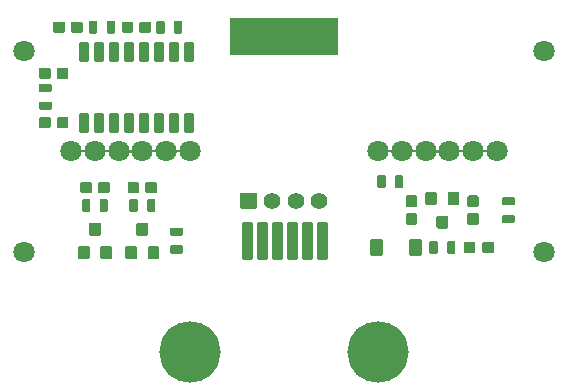
<source format=gbr>
G04 #@! TF.GenerationSoftware,KiCad,Pcbnew,(5.1.10)-1*
G04 #@! TF.CreationDate,2022-05-11T11:06:37+08:00*
G04 #@! TF.ProjectId,RUS-04_1x9,5255532d-3034-45f3-9178-392e6b696361,rev?*
G04 #@! TF.SameCoordinates,Original*
G04 #@! TF.FileFunction,Soldermask,Top*
G04 #@! TF.FilePolarity,Negative*
%FSLAX45Y45*%
G04 Gerber Fmt 4.5, Leading zero omitted, Abs format (unit mm)*
G04 Created by KiCad (PCBNEW (5.1.10)-1) date 2022-05-11 11:06:37*
%MOMM*%
%LPD*%
G01*
G04 APERTURE LIST*
%ADD10C,1.800000*%
%ADD11C,1.400000*%
%ADD12C,5.200000*%
%ADD13C,0.100000*%
G04 APERTURE END LIST*
G36*
G01*
X9755000Y-4500000D02*
X9845000Y-4500000D01*
G75*
G02*
X9855000Y-4510000I0J-10000D01*
G01*
X9855000Y-4560000D01*
G75*
G02*
X9845000Y-4570000I-10000J0D01*
G01*
X9755000Y-4570000D01*
G75*
G02*
X9745000Y-4560000I0J10000D01*
G01*
X9745000Y-4510000D01*
G75*
G02*
X9755000Y-4500000I10000J0D01*
G01*
G37*
G36*
G01*
X9755000Y-4350000D02*
X9845000Y-4350000D01*
G75*
G02*
X9855000Y-4360000I0J-10000D01*
G01*
X9855000Y-4410000D01*
G75*
G02*
X9845000Y-4420000I-10000J0D01*
G01*
X9755000Y-4420000D01*
G75*
G02*
X9745000Y-4410000I0J10000D01*
G01*
X9745000Y-4360000D01*
G75*
G02*
X9755000Y-4350000I10000J0D01*
G01*
G37*
G36*
G01*
X8840000Y-4265000D02*
X8840000Y-4175000D01*
G75*
G02*
X8850000Y-4165000I10000J0D01*
G01*
X8900000Y-4165000D01*
G75*
G02*
X8910000Y-4175000I0J-10000D01*
G01*
X8910000Y-4265000D01*
G75*
G02*
X8900000Y-4275000I-10000J0D01*
G01*
X8850000Y-4275000D01*
G75*
G02*
X8840000Y-4265000I0J10000D01*
G01*
G37*
G36*
G01*
X8690000Y-4265000D02*
X8690000Y-4175000D01*
G75*
G02*
X8700000Y-4165000I10000J0D01*
G01*
X8750000Y-4165000D01*
G75*
G02*
X8760000Y-4175000I0J-10000D01*
G01*
X8760000Y-4265000D01*
G75*
G02*
X8750000Y-4275000I-10000J0D01*
G01*
X8700000Y-4275000D01*
G75*
G02*
X8690000Y-4265000I0J10000D01*
G01*
G37*
D10*
X6900000Y-3960000D03*
X6700000Y-3960000D03*
X6100000Y-3960000D03*
X6500000Y-3960000D03*
X6300000Y-3960000D03*
X7100000Y-3960000D03*
X9500000Y-3960000D03*
X9300000Y-3960000D03*
X8700000Y-3960000D03*
X9100000Y-3960000D03*
X8900000Y-3960000D03*
X9700000Y-3960000D03*
G36*
G01*
X9070000Y-4715000D02*
X9070000Y-4835000D01*
G75*
G02*
X9060000Y-4845000I-10000J0D01*
G01*
X8970000Y-4845000D01*
G75*
G02*
X8960000Y-4835000I0J10000D01*
G01*
X8960000Y-4715000D01*
G75*
G02*
X8970000Y-4705000I10000J0D01*
G01*
X9060000Y-4705000D01*
G75*
G02*
X9070000Y-4715000I0J-10000D01*
G01*
G37*
G36*
G01*
X8740000Y-4715000D02*
X8740000Y-4835000D01*
G75*
G02*
X8730000Y-4845000I-10000J0D01*
G01*
X8640000Y-4845000D01*
G75*
G02*
X8630000Y-4835000I0J10000D01*
G01*
X8630000Y-4715000D01*
G75*
G02*
X8640000Y-4705000I10000J0D01*
G01*
X8730000Y-4705000D01*
G75*
G02*
X8740000Y-4715000I0J-10000D01*
G01*
G37*
G36*
G01*
X6625000Y-2872500D02*
X6625000Y-2947500D01*
G75*
G02*
X6615000Y-2957500I-10000J0D01*
G01*
X6535000Y-2957500D01*
G75*
G02*
X6525000Y-2947500I0J10000D01*
G01*
X6525000Y-2872500D01*
G75*
G02*
X6535000Y-2862500I10000J0D01*
G01*
X6615000Y-2862500D01*
G75*
G02*
X6625000Y-2872500I0J-10000D01*
G01*
G37*
G36*
G01*
X6775000Y-2872500D02*
X6775000Y-2947500D01*
G75*
G02*
X6765000Y-2957500I-10000J0D01*
G01*
X6685000Y-2957500D01*
G75*
G02*
X6675000Y-2947500I0J10000D01*
G01*
X6675000Y-2872500D01*
G75*
G02*
X6685000Y-2862500I10000J0D01*
G01*
X6765000Y-2862500D01*
G75*
G02*
X6775000Y-2872500I0J-10000D01*
G01*
G37*
G36*
G01*
X5925000Y-3682500D02*
X5925000Y-3757500D01*
G75*
G02*
X5915000Y-3767500I-10000J0D01*
G01*
X5835000Y-3767500D01*
G75*
G02*
X5825000Y-3757500I0J10000D01*
G01*
X5825000Y-3682500D01*
G75*
G02*
X5835000Y-3672500I10000J0D01*
G01*
X5915000Y-3672500D01*
G75*
G02*
X5925000Y-3682500I0J-10000D01*
G01*
G37*
G36*
G01*
X6075000Y-3682500D02*
X6075000Y-3757500D01*
G75*
G02*
X6065000Y-3767500I-10000J0D01*
G01*
X5985000Y-3767500D01*
G75*
G02*
X5975000Y-3757500I0J10000D01*
G01*
X5975000Y-3682500D01*
G75*
G02*
X5985000Y-3672500I10000J0D01*
G01*
X6065000Y-3672500D01*
G75*
G02*
X6075000Y-3682500I0J-10000D01*
G01*
G37*
G36*
G01*
X6675000Y-4232500D02*
X6675000Y-4307500D01*
G75*
G02*
X6665000Y-4317500I-10000J0D01*
G01*
X6585000Y-4317500D01*
G75*
G02*
X6575000Y-4307500I0J10000D01*
G01*
X6575000Y-4232500D01*
G75*
G02*
X6585000Y-4222500I10000J0D01*
G01*
X6665000Y-4222500D01*
G75*
G02*
X6675000Y-4232500I0J-10000D01*
G01*
G37*
G36*
G01*
X6825000Y-4232500D02*
X6825000Y-4307500D01*
G75*
G02*
X6815000Y-4317500I-10000J0D01*
G01*
X6735000Y-4317500D01*
G75*
G02*
X6725000Y-4307500I0J10000D01*
G01*
X6725000Y-4232500D01*
G75*
G02*
X6735000Y-4222500I10000J0D01*
G01*
X6815000Y-4222500D01*
G75*
G02*
X6825000Y-4232500I0J-10000D01*
G01*
G37*
D11*
X8200000Y-4380000D03*
X8000000Y-4380000D03*
G36*
G01*
X7530000Y-4440000D02*
X7530000Y-4320000D01*
G75*
G02*
X7540000Y-4310000I10000J0D01*
G01*
X7660000Y-4310000D01*
G75*
G02*
X7670000Y-4320000I0J-10000D01*
G01*
X7670000Y-4440000D01*
G75*
G02*
X7660000Y-4450000I-10000J0D01*
G01*
X7540000Y-4450000D01*
G75*
G02*
X7530000Y-4440000I0J10000D01*
G01*
G37*
X7800000Y-4380000D03*
G36*
G01*
X6810000Y-4375000D02*
X6810000Y-4465000D01*
G75*
G02*
X6800000Y-4475000I-10000J0D01*
G01*
X6750000Y-4475000D01*
G75*
G02*
X6740000Y-4465000I0J10000D01*
G01*
X6740000Y-4375000D01*
G75*
G02*
X6750000Y-4365000I10000J0D01*
G01*
X6800000Y-4365000D01*
G75*
G02*
X6810000Y-4375000I0J-10000D01*
G01*
G37*
G36*
G01*
X6660000Y-4375000D02*
X6660000Y-4465000D01*
G75*
G02*
X6650000Y-4475000I-10000J0D01*
G01*
X6600000Y-4475000D01*
G75*
G02*
X6590000Y-4465000I0J10000D01*
G01*
X6590000Y-4375000D01*
G75*
G02*
X6600000Y-4365000I10000J0D01*
G01*
X6650000Y-4365000D01*
G75*
G02*
X6660000Y-4375000I0J-10000D01*
G01*
G37*
G36*
G01*
X6325000Y-4307500D02*
X6325000Y-4232500D01*
G75*
G02*
X6335000Y-4222500I10000J0D01*
G01*
X6415000Y-4222500D01*
G75*
G02*
X6425000Y-4232500I0J-10000D01*
G01*
X6425000Y-4307500D01*
G75*
G02*
X6415000Y-4317500I-10000J0D01*
G01*
X6335000Y-4317500D01*
G75*
G02*
X6325000Y-4307500I0J10000D01*
G01*
G37*
G36*
G01*
X6175000Y-4307500D02*
X6175000Y-4232500D01*
G75*
G02*
X6185000Y-4222500I10000J0D01*
G01*
X6265000Y-4222500D01*
G75*
G02*
X6275000Y-4232500I0J-10000D01*
G01*
X6275000Y-4307500D01*
G75*
G02*
X6265000Y-4317500I-10000J0D01*
G01*
X6185000Y-4317500D01*
G75*
G02*
X6175000Y-4307500I0J10000D01*
G01*
G37*
G36*
G01*
X9537500Y-4435000D02*
X9462500Y-4435000D01*
G75*
G02*
X9452500Y-4425000I0J10000D01*
G01*
X9452500Y-4345000D01*
G75*
G02*
X9462500Y-4335000I10000J0D01*
G01*
X9537500Y-4335000D01*
G75*
G02*
X9547500Y-4345000I0J-10000D01*
G01*
X9547500Y-4425000D01*
G75*
G02*
X9537500Y-4435000I-10000J0D01*
G01*
G37*
G36*
G01*
X9537500Y-4585000D02*
X9462500Y-4585000D01*
G75*
G02*
X9452500Y-4575000I0J10000D01*
G01*
X9452500Y-4495000D01*
G75*
G02*
X9462500Y-4485000I10000J0D01*
G01*
X9537500Y-4485000D01*
G75*
G02*
X9547500Y-4495000I0J-10000D01*
G01*
X9547500Y-4575000D01*
G75*
G02*
X9537500Y-4585000I-10000J0D01*
G01*
G37*
G36*
G01*
X6235500Y-3205000D02*
X6175500Y-3205000D01*
G75*
G02*
X6165500Y-3195000I0J10000D01*
G01*
X6165500Y-3045000D01*
G75*
G02*
X6175500Y-3035000I10000J0D01*
G01*
X6235500Y-3035000D01*
G75*
G02*
X6245500Y-3045000I0J-10000D01*
G01*
X6245500Y-3195000D01*
G75*
G02*
X6235500Y-3205000I-10000J0D01*
G01*
G37*
G36*
G01*
X6362500Y-3205000D02*
X6302500Y-3205000D01*
G75*
G02*
X6292500Y-3195000I0J10000D01*
G01*
X6292500Y-3045000D01*
G75*
G02*
X6302500Y-3035000I10000J0D01*
G01*
X6362500Y-3035000D01*
G75*
G02*
X6372500Y-3045000I0J-10000D01*
G01*
X6372500Y-3195000D01*
G75*
G02*
X6362500Y-3205000I-10000J0D01*
G01*
G37*
G36*
G01*
X6489500Y-3205000D02*
X6429500Y-3205000D01*
G75*
G02*
X6419500Y-3195000I0J10000D01*
G01*
X6419500Y-3045000D01*
G75*
G02*
X6429500Y-3035000I10000J0D01*
G01*
X6489500Y-3035000D01*
G75*
G02*
X6499500Y-3045000I0J-10000D01*
G01*
X6499500Y-3195000D01*
G75*
G02*
X6489500Y-3205000I-10000J0D01*
G01*
G37*
G36*
G01*
X6616500Y-3205000D02*
X6556500Y-3205000D01*
G75*
G02*
X6546500Y-3195000I0J10000D01*
G01*
X6546500Y-3045000D01*
G75*
G02*
X6556500Y-3035000I10000J0D01*
G01*
X6616500Y-3035000D01*
G75*
G02*
X6626500Y-3045000I0J-10000D01*
G01*
X6626500Y-3195000D01*
G75*
G02*
X6616500Y-3205000I-10000J0D01*
G01*
G37*
G36*
G01*
X6743500Y-3205000D02*
X6683500Y-3205000D01*
G75*
G02*
X6673500Y-3195000I0J10000D01*
G01*
X6673500Y-3045000D01*
G75*
G02*
X6683500Y-3035000I10000J0D01*
G01*
X6743500Y-3035000D01*
G75*
G02*
X6753500Y-3045000I0J-10000D01*
G01*
X6753500Y-3195000D01*
G75*
G02*
X6743500Y-3205000I-10000J0D01*
G01*
G37*
G36*
G01*
X6870500Y-3205000D02*
X6810500Y-3205000D01*
G75*
G02*
X6800500Y-3195000I0J10000D01*
G01*
X6800500Y-3045000D01*
G75*
G02*
X6810500Y-3035000I10000J0D01*
G01*
X6870500Y-3035000D01*
G75*
G02*
X6880500Y-3045000I0J-10000D01*
G01*
X6880500Y-3195000D01*
G75*
G02*
X6870500Y-3205000I-10000J0D01*
G01*
G37*
G36*
G01*
X6997500Y-3205000D02*
X6937500Y-3205000D01*
G75*
G02*
X6927500Y-3195000I0J10000D01*
G01*
X6927500Y-3045000D01*
G75*
G02*
X6937500Y-3035000I10000J0D01*
G01*
X6997500Y-3035000D01*
G75*
G02*
X7007500Y-3045000I0J-10000D01*
G01*
X7007500Y-3195000D01*
G75*
G02*
X6997500Y-3205000I-10000J0D01*
G01*
G37*
G36*
G01*
X7124500Y-3205000D02*
X7064500Y-3205000D01*
G75*
G02*
X7054500Y-3195000I0J10000D01*
G01*
X7054500Y-3045000D01*
G75*
G02*
X7064500Y-3035000I10000J0D01*
G01*
X7124500Y-3035000D01*
G75*
G02*
X7134500Y-3045000I0J-10000D01*
G01*
X7134500Y-3195000D01*
G75*
G02*
X7124500Y-3205000I-10000J0D01*
G01*
G37*
G36*
G01*
X7124500Y-3805000D02*
X7064500Y-3805000D01*
G75*
G02*
X7054500Y-3795000I0J10000D01*
G01*
X7054500Y-3645000D01*
G75*
G02*
X7064500Y-3635000I10000J0D01*
G01*
X7124500Y-3635000D01*
G75*
G02*
X7134500Y-3645000I0J-10000D01*
G01*
X7134500Y-3795000D01*
G75*
G02*
X7124500Y-3805000I-10000J0D01*
G01*
G37*
G36*
G01*
X6997500Y-3805000D02*
X6937500Y-3805000D01*
G75*
G02*
X6927500Y-3795000I0J10000D01*
G01*
X6927500Y-3645000D01*
G75*
G02*
X6937500Y-3635000I10000J0D01*
G01*
X6997500Y-3635000D01*
G75*
G02*
X7007500Y-3645000I0J-10000D01*
G01*
X7007500Y-3795000D01*
G75*
G02*
X6997500Y-3805000I-10000J0D01*
G01*
G37*
G36*
G01*
X6870500Y-3805000D02*
X6810500Y-3805000D01*
G75*
G02*
X6800500Y-3795000I0J10000D01*
G01*
X6800500Y-3645000D01*
G75*
G02*
X6810500Y-3635000I10000J0D01*
G01*
X6870500Y-3635000D01*
G75*
G02*
X6880500Y-3645000I0J-10000D01*
G01*
X6880500Y-3795000D01*
G75*
G02*
X6870500Y-3805000I-10000J0D01*
G01*
G37*
G36*
G01*
X6743500Y-3805000D02*
X6683500Y-3805000D01*
G75*
G02*
X6673500Y-3795000I0J10000D01*
G01*
X6673500Y-3645000D01*
G75*
G02*
X6683500Y-3635000I10000J0D01*
G01*
X6743500Y-3635000D01*
G75*
G02*
X6753500Y-3645000I0J-10000D01*
G01*
X6753500Y-3795000D01*
G75*
G02*
X6743500Y-3805000I-10000J0D01*
G01*
G37*
G36*
G01*
X6616500Y-3805000D02*
X6556500Y-3805000D01*
G75*
G02*
X6546500Y-3795000I0J10000D01*
G01*
X6546500Y-3645000D01*
G75*
G02*
X6556500Y-3635000I10000J0D01*
G01*
X6616500Y-3635000D01*
G75*
G02*
X6626500Y-3645000I0J-10000D01*
G01*
X6626500Y-3795000D01*
G75*
G02*
X6616500Y-3805000I-10000J0D01*
G01*
G37*
G36*
G01*
X6489500Y-3805000D02*
X6429500Y-3805000D01*
G75*
G02*
X6419500Y-3795000I0J10000D01*
G01*
X6419500Y-3645000D01*
G75*
G02*
X6429500Y-3635000I10000J0D01*
G01*
X6489500Y-3635000D01*
G75*
G02*
X6499500Y-3645000I0J-10000D01*
G01*
X6499500Y-3795000D01*
G75*
G02*
X6489500Y-3805000I-10000J0D01*
G01*
G37*
G36*
G01*
X6362500Y-3805000D02*
X6302500Y-3805000D01*
G75*
G02*
X6292500Y-3795000I0J10000D01*
G01*
X6292500Y-3645000D01*
G75*
G02*
X6302500Y-3635000I10000J0D01*
G01*
X6362500Y-3635000D01*
G75*
G02*
X6372500Y-3645000I0J-10000D01*
G01*
X6372500Y-3795000D01*
G75*
G02*
X6362500Y-3805000I-10000J0D01*
G01*
G37*
G36*
G01*
X6235500Y-3805000D02*
X6175500Y-3805000D01*
G75*
G02*
X6165500Y-3795000I0J10000D01*
G01*
X6165500Y-3645000D01*
G75*
G02*
X6175500Y-3635000I10000J0D01*
G01*
X6235500Y-3635000D01*
G75*
G02*
X6245500Y-3645000I0J-10000D01*
G01*
X6245500Y-3795000D01*
G75*
G02*
X6235500Y-3805000I-10000J0D01*
G01*
G37*
G36*
G01*
X7034740Y-4677800D02*
X6944740Y-4677800D01*
G75*
G02*
X6934740Y-4667800I0J10000D01*
G01*
X6934740Y-4617800D01*
G75*
G02*
X6944740Y-4607800I10000J0D01*
G01*
X7034740Y-4607800D01*
G75*
G02*
X7044740Y-4617800I0J-10000D01*
G01*
X7044740Y-4667800D01*
G75*
G02*
X7034740Y-4677800I-10000J0D01*
G01*
G37*
G36*
G01*
X7034740Y-4827800D02*
X6944740Y-4827800D01*
G75*
G02*
X6934740Y-4817800I0J10000D01*
G01*
X6934740Y-4767800D01*
G75*
G02*
X6944740Y-4757800I10000J0D01*
G01*
X7034740Y-4757800D01*
G75*
G02*
X7044740Y-4767800I0J-10000D01*
G01*
X7044740Y-4817800D01*
G75*
G02*
X7034740Y-4827800I-10000J0D01*
G01*
G37*
G36*
G01*
X6340000Y-4675000D02*
X6260000Y-4675000D01*
G75*
G02*
X6250000Y-4665000I0J10000D01*
G01*
X6250000Y-4575000D01*
G75*
G02*
X6260000Y-4565000I10000J0D01*
G01*
X6340000Y-4565000D01*
G75*
G02*
X6350000Y-4575000I0J-10000D01*
G01*
X6350000Y-4665000D01*
G75*
G02*
X6340000Y-4675000I-10000J0D01*
G01*
G37*
G36*
G01*
X6435000Y-4875000D02*
X6355000Y-4875000D01*
G75*
G02*
X6345000Y-4865000I0J10000D01*
G01*
X6345000Y-4775000D01*
G75*
G02*
X6355000Y-4765000I10000J0D01*
G01*
X6435000Y-4765000D01*
G75*
G02*
X6445000Y-4775000I0J-10000D01*
G01*
X6445000Y-4865000D01*
G75*
G02*
X6435000Y-4875000I-10000J0D01*
G01*
G37*
G36*
G01*
X6245000Y-4875000D02*
X6165000Y-4875000D01*
G75*
G02*
X6155000Y-4865000I0J10000D01*
G01*
X6155000Y-4775000D01*
G75*
G02*
X6165000Y-4765000I10000J0D01*
G01*
X6245000Y-4765000D01*
G75*
G02*
X6255000Y-4775000I0J-10000D01*
G01*
X6255000Y-4865000D01*
G75*
G02*
X6245000Y-4875000I-10000J0D01*
G01*
G37*
G36*
G01*
X5945000Y-2947500D02*
X5945000Y-2872500D01*
G75*
G02*
X5955000Y-2862500I10000J0D01*
G01*
X6035000Y-2862500D01*
G75*
G02*
X6045000Y-2872500I0J-10000D01*
G01*
X6045000Y-2947500D01*
G75*
G02*
X6035000Y-2957500I-10000J0D01*
G01*
X5955000Y-2957500D01*
G75*
G02*
X5945000Y-2947500I0J10000D01*
G01*
G37*
G36*
G01*
X6095000Y-2947500D02*
X6095000Y-2872500D01*
G75*
G02*
X6105000Y-2862500I10000J0D01*
G01*
X6185000Y-2862500D01*
G75*
G02*
X6195000Y-2872500I0J-10000D01*
G01*
X6195000Y-2947500D01*
G75*
G02*
X6185000Y-2957500I-10000J0D01*
G01*
X6105000Y-2957500D01*
G75*
G02*
X6095000Y-2947500I0J10000D01*
G01*
G37*
G36*
G01*
X8942500Y-4335000D02*
X9017500Y-4335000D01*
G75*
G02*
X9027500Y-4345000I0J-10000D01*
G01*
X9027500Y-4425000D01*
G75*
G02*
X9017500Y-4435000I-10000J0D01*
G01*
X8942500Y-4435000D01*
G75*
G02*
X8932500Y-4425000I0J10000D01*
G01*
X8932500Y-4345000D01*
G75*
G02*
X8942500Y-4335000I10000J0D01*
G01*
G37*
G36*
G01*
X8942500Y-4485000D02*
X9017500Y-4485000D01*
G75*
G02*
X9027500Y-4495000I0J-10000D01*
G01*
X9027500Y-4575000D01*
G75*
G02*
X9017500Y-4585000I-10000J0D01*
G01*
X8942500Y-4585000D01*
G75*
G02*
X8932500Y-4575000I0J10000D01*
G01*
X8932500Y-4495000D01*
G75*
G02*
X8942500Y-4485000I10000J0D01*
G01*
G37*
G36*
G01*
X5925000Y-3460000D02*
X5835000Y-3460000D01*
G75*
G02*
X5825000Y-3450000I0J10000D01*
G01*
X5825000Y-3400000D01*
G75*
G02*
X5835000Y-3390000I10000J0D01*
G01*
X5925000Y-3390000D01*
G75*
G02*
X5935000Y-3400000I0J-10000D01*
G01*
X5935000Y-3450000D01*
G75*
G02*
X5925000Y-3460000I-10000J0D01*
G01*
G37*
G36*
G01*
X5925000Y-3610000D02*
X5835000Y-3610000D01*
G75*
G02*
X5825000Y-3600000I0J10000D01*
G01*
X5825000Y-3550000D01*
G75*
G02*
X5835000Y-3540000I10000J0D01*
G01*
X5925000Y-3540000D01*
G75*
G02*
X5935000Y-3550000I0J-10000D01*
G01*
X5935000Y-3600000D01*
G75*
G02*
X5925000Y-3610000I-10000J0D01*
G01*
G37*
G36*
G01*
X5825000Y-3337500D02*
X5825000Y-3262500D01*
G75*
G02*
X5835000Y-3252500I10000J0D01*
G01*
X5915000Y-3252500D01*
G75*
G02*
X5925000Y-3262500I0J-10000D01*
G01*
X5925000Y-3337500D01*
G75*
G02*
X5915000Y-3347500I-10000J0D01*
G01*
X5835000Y-3347500D01*
G75*
G02*
X5825000Y-3337500I0J10000D01*
G01*
G37*
G36*
G01*
X5975000Y-3337500D02*
X5975000Y-3262500D01*
G75*
G02*
X5985000Y-3252500I10000J0D01*
G01*
X6065000Y-3252500D01*
G75*
G02*
X6075000Y-3262500I0J-10000D01*
G01*
X6075000Y-3337500D01*
G75*
G02*
X6065000Y-3347500I-10000J0D01*
G01*
X5985000Y-3347500D01*
G75*
G02*
X5975000Y-3337500I0J10000D01*
G01*
G37*
G36*
G01*
X9580000Y-4815000D02*
X9580000Y-4735000D01*
G75*
G02*
X9590000Y-4725000I10000J0D01*
G01*
X9670000Y-4725000D01*
G75*
G02*
X9680000Y-4735000I0J-10000D01*
G01*
X9680000Y-4815000D01*
G75*
G02*
X9670000Y-4825000I-10000J0D01*
G01*
X9590000Y-4825000D01*
G75*
G02*
X9580000Y-4815000I0J10000D01*
G01*
G37*
G36*
G01*
X9420000Y-4815000D02*
X9420000Y-4735000D01*
G75*
G02*
X9430000Y-4725000I10000J0D01*
G01*
X9510000Y-4725000D01*
G75*
G02*
X9520000Y-4735000I0J-10000D01*
G01*
X9520000Y-4815000D01*
G75*
G02*
X9510000Y-4825000I-10000J0D01*
G01*
X9430000Y-4825000D01*
G75*
G02*
X9420000Y-4815000I0J10000D01*
G01*
G37*
G36*
G01*
X6340000Y-4465000D02*
X6340000Y-4375000D01*
G75*
G02*
X6350000Y-4365000I10000J0D01*
G01*
X6400000Y-4365000D01*
G75*
G02*
X6410000Y-4375000I0J-10000D01*
G01*
X6410000Y-4465000D01*
G75*
G02*
X6400000Y-4475000I-10000J0D01*
G01*
X6350000Y-4475000D01*
G75*
G02*
X6340000Y-4465000I0J10000D01*
G01*
G37*
G36*
G01*
X6190000Y-4465000D02*
X6190000Y-4375000D01*
G75*
G02*
X6200000Y-4365000I10000J0D01*
G01*
X6250000Y-4365000D01*
G75*
G02*
X6260000Y-4375000I0J-10000D01*
G01*
X6260000Y-4465000D01*
G75*
G02*
X6250000Y-4475000I-10000J0D01*
G01*
X6200000Y-4475000D01*
G75*
G02*
X6190000Y-4465000I0J10000D01*
G01*
G37*
G36*
G01*
X9200000Y-4505000D02*
X9280000Y-4505000D01*
G75*
G02*
X9290000Y-4515000I0J-10000D01*
G01*
X9290000Y-4605000D01*
G75*
G02*
X9280000Y-4615000I-10000J0D01*
G01*
X9200000Y-4615000D01*
G75*
G02*
X9190000Y-4605000I0J10000D01*
G01*
X9190000Y-4515000D01*
G75*
G02*
X9200000Y-4505000I10000J0D01*
G01*
G37*
G36*
G01*
X9105000Y-4305000D02*
X9185000Y-4305000D01*
G75*
G02*
X9195000Y-4315000I0J-10000D01*
G01*
X9195000Y-4405000D01*
G75*
G02*
X9185000Y-4415000I-10000J0D01*
G01*
X9105000Y-4415000D01*
G75*
G02*
X9095000Y-4405000I0J10000D01*
G01*
X9095000Y-4315000D01*
G75*
G02*
X9105000Y-4305000I10000J0D01*
G01*
G37*
G36*
G01*
X9295000Y-4305000D02*
X9375000Y-4305000D01*
G75*
G02*
X9385000Y-4315000I0J-10000D01*
G01*
X9385000Y-4405000D01*
G75*
G02*
X9375000Y-4415000I-10000J0D01*
G01*
X9295000Y-4415000D01*
G75*
G02*
X9285000Y-4405000I0J10000D01*
G01*
X9285000Y-4315000D01*
G75*
G02*
X9295000Y-4305000I10000J0D01*
G01*
G37*
G36*
G01*
X9280000Y-4820000D02*
X9280000Y-4730000D01*
G75*
G02*
X9290000Y-4720000I10000J0D01*
G01*
X9340000Y-4720000D01*
G75*
G02*
X9350000Y-4730000I0J-10000D01*
G01*
X9350000Y-4820000D01*
G75*
G02*
X9340000Y-4830000I-10000J0D01*
G01*
X9290000Y-4830000D01*
G75*
G02*
X9280000Y-4820000I0J10000D01*
G01*
G37*
G36*
G01*
X9130000Y-4820000D02*
X9130000Y-4730000D01*
G75*
G02*
X9140000Y-4720000I10000J0D01*
G01*
X9190000Y-4720000D01*
G75*
G02*
X9200000Y-4730000I0J-10000D01*
G01*
X9200000Y-4820000D01*
G75*
G02*
X9190000Y-4830000I-10000J0D01*
G01*
X9140000Y-4830000D01*
G75*
G02*
X9130000Y-4820000I0J10000D01*
G01*
G37*
G36*
G01*
X6320000Y-2865000D02*
X6320000Y-2955000D01*
G75*
G02*
X6310000Y-2965000I-10000J0D01*
G01*
X6260000Y-2965000D01*
G75*
G02*
X6250000Y-2955000I0J10000D01*
G01*
X6250000Y-2865000D01*
G75*
G02*
X6260000Y-2855000I10000J0D01*
G01*
X6310000Y-2855000D01*
G75*
G02*
X6320000Y-2865000I0J-10000D01*
G01*
G37*
G36*
G01*
X6470000Y-2865000D02*
X6470000Y-2955000D01*
G75*
G02*
X6460000Y-2965000I-10000J0D01*
G01*
X6410000Y-2965000D01*
G75*
G02*
X6400000Y-2955000I0J10000D01*
G01*
X6400000Y-2865000D01*
G75*
G02*
X6410000Y-2855000I10000J0D01*
G01*
X6460000Y-2855000D01*
G75*
G02*
X6470000Y-2865000I0J-10000D01*
G01*
G37*
G36*
G01*
X7450000Y-2830000D02*
X8350000Y-2830000D01*
G75*
G02*
X8360000Y-2840000I0J-10000D01*
G01*
X8360000Y-3140000D01*
G75*
G02*
X8350000Y-3150000I-10000J0D01*
G01*
X7450000Y-3150000D01*
G75*
G02*
X7440000Y-3140000I0J10000D01*
G01*
X7440000Y-2840000D01*
G75*
G02*
X7450000Y-2830000I10000J0D01*
G01*
G37*
G36*
G01*
X8182500Y-4870000D02*
X8182500Y-4570000D01*
G75*
G02*
X8192500Y-4560000I10000J0D01*
G01*
X8262500Y-4560000D01*
G75*
G02*
X8272500Y-4570000I0J-10000D01*
G01*
X8272500Y-4870000D01*
G75*
G02*
X8262500Y-4880000I-10000J0D01*
G01*
X8192500Y-4880000D01*
G75*
G02*
X8182500Y-4870000I0J10000D01*
G01*
G37*
G36*
G01*
X8055500Y-4870000D02*
X8055500Y-4570000D01*
G75*
G02*
X8065500Y-4560000I10000J0D01*
G01*
X8135500Y-4560000D01*
G75*
G02*
X8145500Y-4570000I0J-10000D01*
G01*
X8145500Y-4870000D01*
G75*
G02*
X8135500Y-4880000I-10000J0D01*
G01*
X8065500Y-4880000D01*
G75*
G02*
X8055500Y-4870000I0J10000D01*
G01*
G37*
G36*
G01*
X7928500Y-4870000D02*
X7928500Y-4570000D01*
G75*
G02*
X7938500Y-4560000I10000J0D01*
G01*
X8008500Y-4560000D01*
G75*
G02*
X8018500Y-4570000I0J-10000D01*
G01*
X8018500Y-4870000D01*
G75*
G02*
X8008500Y-4880000I-10000J0D01*
G01*
X7938500Y-4880000D01*
G75*
G02*
X7928500Y-4870000I0J10000D01*
G01*
G37*
G36*
G01*
X7801500Y-4870000D02*
X7801500Y-4570000D01*
G75*
G02*
X7811500Y-4560000I10000J0D01*
G01*
X7881500Y-4560000D01*
G75*
G02*
X7891500Y-4570000I0J-10000D01*
G01*
X7891500Y-4870000D01*
G75*
G02*
X7881500Y-4880000I-10000J0D01*
G01*
X7811500Y-4880000D01*
G75*
G02*
X7801500Y-4870000I0J10000D01*
G01*
G37*
G36*
G01*
X7674500Y-4870000D02*
X7674500Y-4570000D01*
G75*
G02*
X7684500Y-4560000I10000J0D01*
G01*
X7754500Y-4560000D01*
G75*
G02*
X7764500Y-4570000I0J-10000D01*
G01*
X7764500Y-4870000D01*
G75*
G02*
X7754500Y-4880000I-10000J0D01*
G01*
X7684500Y-4880000D01*
G75*
G02*
X7674500Y-4870000I0J10000D01*
G01*
G37*
G36*
G01*
X7547500Y-4870000D02*
X7547500Y-4570000D01*
G75*
G02*
X7557500Y-4560000I10000J0D01*
G01*
X7627500Y-4560000D01*
G75*
G02*
X7637500Y-4570000I0J-10000D01*
G01*
X7637500Y-4870000D01*
G75*
G02*
X7627500Y-4880000I-10000J0D01*
G01*
X7557500Y-4880000D01*
G75*
G02*
X7547500Y-4870000I0J10000D01*
G01*
G37*
G36*
G01*
X6970000Y-2955000D02*
X6970000Y-2865000D01*
G75*
G02*
X6980000Y-2855000I10000J0D01*
G01*
X7030000Y-2855000D01*
G75*
G02*
X7040000Y-2865000I0J-10000D01*
G01*
X7040000Y-2955000D01*
G75*
G02*
X7030000Y-2965000I-10000J0D01*
G01*
X6980000Y-2965000D01*
G75*
G02*
X6970000Y-2955000I0J10000D01*
G01*
G37*
G36*
G01*
X6820000Y-2955000D02*
X6820000Y-2865000D01*
G75*
G02*
X6830000Y-2855000I10000J0D01*
G01*
X6880000Y-2855000D01*
G75*
G02*
X6890000Y-2865000I0J-10000D01*
G01*
X6890000Y-2955000D01*
G75*
G02*
X6880000Y-2965000I-10000J0D01*
G01*
X6830000Y-2965000D01*
G75*
G02*
X6820000Y-2955000I0J10000D01*
G01*
G37*
G36*
G01*
X6740000Y-4675000D02*
X6660000Y-4675000D01*
G75*
G02*
X6650000Y-4665000I0J10000D01*
G01*
X6650000Y-4575000D01*
G75*
G02*
X6660000Y-4565000I10000J0D01*
G01*
X6740000Y-4565000D01*
G75*
G02*
X6750000Y-4575000I0J-10000D01*
G01*
X6750000Y-4665000D01*
G75*
G02*
X6740000Y-4675000I-10000J0D01*
G01*
G37*
G36*
G01*
X6835000Y-4875000D02*
X6755000Y-4875000D01*
G75*
G02*
X6745000Y-4865000I0J10000D01*
G01*
X6745000Y-4775000D01*
G75*
G02*
X6755000Y-4765000I10000J0D01*
G01*
X6835000Y-4765000D01*
G75*
G02*
X6845000Y-4775000I0J-10000D01*
G01*
X6845000Y-4865000D01*
G75*
G02*
X6835000Y-4875000I-10000J0D01*
G01*
G37*
G36*
G01*
X6645000Y-4875000D02*
X6565000Y-4875000D01*
G75*
G02*
X6555000Y-4865000I0J10000D01*
G01*
X6555000Y-4775000D01*
G75*
G02*
X6565000Y-4765000I10000J0D01*
G01*
X6645000Y-4765000D01*
G75*
G02*
X6655000Y-4775000I0J-10000D01*
G01*
X6655000Y-4865000D01*
G75*
G02*
X6645000Y-4875000I-10000J0D01*
G01*
G37*
D10*
X5700000Y-3110000D03*
D12*
X8700000Y-5660000D03*
X7100000Y-5660000D03*
D10*
X5700000Y-4810000D03*
X10100000Y-3110000D03*
X10100000Y-4810000D03*
D13*
G36*
X7012227Y-3942756D02*
G01*
X7012278Y-3942932D01*
X7010633Y-3951198D01*
X7010633Y-3968802D01*
X7012278Y-3977068D01*
X7012213Y-3977258D01*
X7012017Y-3977297D01*
X7011890Y-3977165D01*
X7011363Y-3975427D01*
X7010226Y-3973300D01*
X7008697Y-3971437D01*
X7006833Y-3969907D01*
X7004707Y-3968770D01*
X7002399Y-3968070D01*
X7000000Y-3967834D01*
X6997601Y-3968070D01*
X6995293Y-3968770D01*
X6993167Y-3969907D01*
X6991303Y-3971436D01*
X6989774Y-3973300D01*
X6988637Y-3975427D01*
X6988110Y-3977165D01*
X6987964Y-3977302D01*
X6987772Y-3977244D01*
X6987722Y-3977068D01*
X6989367Y-3968802D01*
X6989367Y-3951198D01*
X6987722Y-3942932D01*
X6987787Y-3942742D01*
X6987983Y-3942703D01*
X6988110Y-3942835D01*
X6988637Y-3944573D01*
X6989774Y-3946700D01*
X6991303Y-3948563D01*
X6993167Y-3950093D01*
X6995293Y-3951229D01*
X6997601Y-3951929D01*
X7000000Y-3952166D01*
X7002399Y-3951929D01*
X7004707Y-3951229D01*
X7006833Y-3950093D01*
X7008697Y-3948563D01*
X7010226Y-3946700D01*
X7011363Y-3944573D01*
X7011890Y-3942835D01*
X7012036Y-3942698D01*
X7012227Y-3942756D01*
G37*
G36*
X6812227Y-3942756D02*
G01*
X6812278Y-3942932D01*
X6810633Y-3951198D01*
X6810633Y-3968802D01*
X6812278Y-3977068D01*
X6812213Y-3977258D01*
X6812017Y-3977297D01*
X6811890Y-3977165D01*
X6811363Y-3975427D01*
X6810226Y-3973300D01*
X6808697Y-3971437D01*
X6806833Y-3969907D01*
X6804707Y-3968770D01*
X6802399Y-3968070D01*
X6800000Y-3967834D01*
X6797601Y-3968070D01*
X6795293Y-3968770D01*
X6793167Y-3969907D01*
X6791303Y-3971436D01*
X6789774Y-3973300D01*
X6788637Y-3975427D01*
X6788110Y-3977165D01*
X6787964Y-3977302D01*
X6787772Y-3977244D01*
X6787722Y-3977068D01*
X6789367Y-3968802D01*
X6789367Y-3951198D01*
X6787722Y-3942932D01*
X6787787Y-3942742D01*
X6787983Y-3942703D01*
X6788110Y-3942835D01*
X6788637Y-3944573D01*
X6789774Y-3946700D01*
X6791303Y-3948563D01*
X6793167Y-3950093D01*
X6795293Y-3951229D01*
X6797601Y-3951929D01*
X6800000Y-3952166D01*
X6802399Y-3951929D01*
X6804707Y-3951229D01*
X6806833Y-3950093D01*
X6808697Y-3948563D01*
X6810226Y-3946700D01*
X6811363Y-3944573D01*
X6811890Y-3942835D01*
X6812036Y-3942698D01*
X6812227Y-3942756D01*
G37*
G36*
X6612227Y-3942756D02*
G01*
X6612278Y-3942932D01*
X6610633Y-3951198D01*
X6610633Y-3968802D01*
X6612278Y-3977068D01*
X6612213Y-3977258D01*
X6612017Y-3977297D01*
X6611890Y-3977165D01*
X6611363Y-3975427D01*
X6610226Y-3973300D01*
X6608697Y-3971437D01*
X6606833Y-3969907D01*
X6604707Y-3968770D01*
X6602399Y-3968070D01*
X6600000Y-3967834D01*
X6597601Y-3968070D01*
X6595293Y-3968770D01*
X6593167Y-3969907D01*
X6591303Y-3971436D01*
X6589774Y-3973300D01*
X6588637Y-3975427D01*
X6588110Y-3977165D01*
X6587964Y-3977302D01*
X6587772Y-3977244D01*
X6587722Y-3977068D01*
X6589367Y-3968802D01*
X6589367Y-3951198D01*
X6587722Y-3942932D01*
X6587787Y-3942742D01*
X6587983Y-3942703D01*
X6588110Y-3942835D01*
X6588637Y-3944573D01*
X6589774Y-3946700D01*
X6591303Y-3948563D01*
X6593167Y-3950093D01*
X6595293Y-3951229D01*
X6597601Y-3951929D01*
X6600000Y-3952166D01*
X6602399Y-3951929D01*
X6604707Y-3951229D01*
X6606833Y-3950093D01*
X6608697Y-3948563D01*
X6610226Y-3946700D01*
X6611363Y-3944573D01*
X6611890Y-3942835D01*
X6612036Y-3942698D01*
X6612227Y-3942756D01*
G37*
G36*
X9612228Y-3942756D02*
G01*
X9612278Y-3942932D01*
X9610633Y-3951198D01*
X9610633Y-3968802D01*
X9612278Y-3977068D01*
X9612213Y-3977258D01*
X9612017Y-3977297D01*
X9611890Y-3977165D01*
X9611363Y-3975427D01*
X9610226Y-3973300D01*
X9608697Y-3971437D01*
X9606833Y-3969907D01*
X9604707Y-3968770D01*
X9602399Y-3968070D01*
X9600000Y-3967834D01*
X9597601Y-3968070D01*
X9595293Y-3968770D01*
X9593167Y-3969907D01*
X9591303Y-3971436D01*
X9589774Y-3973300D01*
X9588637Y-3975427D01*
X9588110Y-3977165D01*
X9587964Y-3977302D01*
X9587773Y-3977244D01*
X9587722Y-3977068D01*
X9589367Y-3968802D01*
X9589367Y-3951198D01*
X9587722Y-3942932D01*
X9587787Y-3942742D01*
X9587983Y-3942703D01*
X9588110Y-3942835D01*
X9588637Y-3944573D01*
X9589774Y-3946700D01*
X9591303Y-3948563D01*
X9593167Y-3950093D01*
X9595293Y-3951229D01*
X9597601Y-3951929D01*
X9600000Y-3952166D01*
X9602399Y-3951929D01*
X9604707Y-3951229D01*
X9606833Y-3950093D01*
X9608697Y-3948563D01*
X9610226Y-3946700D01*
X9611363Y-3944573D01*
X9611890Y-3942835D01*
X9612036Y-3942698D01*
X9612228Y-3942756D01*
G37*
G36*
X9212228Y-3942756D02*
G01*
X9212278Y-3942932D01*
X9210633Y-3951198D01*
X9210633Y-3968802D01*
X9212278Y-3977068D01*
X9212213Y-3977258D01*
X9212017Y-3977297D01*
X9211890Y-3977165D01*
X9211363Y-3975427D01*
X9210226Y-3973300D01*
X9208697Y-3971437D01*
X9206833Y-3969907D01*
X9204707Y-3968770D01*
X9202399Y-3968070D01*
X9200000Y-3967834D01*
X9197601Y-3968070D01*
X9195293Y-3968770D01*
X9193167Y-3969907D01*
X9191303Y-3971436D01*
X9189774Y-3973300D01*
X9188637Y-3975427D01*
X9188110Y-3977165D01*
X9187964Y-3977302D01*
X9187773Y-3977244D01*
X9187722Y-3977068D01*
X9189367Y-3968802D01*
X9189367Y-3951198D01*
X9187722Y-3942932D01*
X9187787Y-3942742D01*
X9187983Y-3942703D01*
X9188110Y-3942835D01*
X9188637Y-3944573D01*
X9189774Y-3946700D01*
X9191303Y-3948563D01*
X9193167Y-3950093D01*
X9195293Y-3951229D01*
X9197601Y-3951929D01*
X9200000Y-3952166D01*
X9202399Y-3951929D01*
X9204707Y-3951229D01*
X9206833Y-3950093D01*
X9208697Y-3948563D01*
X9210226Y-3946700D01*
X9211363Y-3944573D01*
X9211890Y-3942835D01*
X9212036Y-3942698D01*
X9212228Y-3942756D01*
G37*
G36*
X6212227Y-3942756D02*
G01*
X6212278Y-3942932D01*
X6210633Y-3951198D01*
X6210633Y-3968802D01*
X6212278Y-3977068D01*
X6212213Y-3977258D01*
X6212017Y-3977297D01*
X6211890Y-3977165D01*
X6211363Y-3975427D01*
X6210226Y-3973300D01*
X6208697Y-3971437D01*
X6206833Y-3969907D01*
X6204707Y-3968770D01*
X6202399Y-3968070D01*
X6200000Y-3967834D01*
X6197601Y-3968070D01*
X6195293Y-3968770D01*
X6193167Y-3969907D01*
X6191303Y-3971436D01*
X6189774Y-3973300D01*
X6188637Y-3975427D01*
X6188110Y-3977165D01*
X6187964Y-3977302D01*
X6187772Y-3977244D01*
X6187722Y-3977068D01*
X6189367Y-3968802D01*
X6189367Y-3951198D01*
X6187722Y-3942932D01*
X6187787Y-3942742D01*
X6187983Y-3942703D01*
X6188110Y-3942835D01*
X6188637Y-3944573D01*
X6189774Y-3946700D01*
X6191303Y-3948563D01*
X6193167Y-3950093D01*
X6195293Y-3951229D01*
X6197601Y-3951929D01*
X6200000Y-3952166D01*
X6202399Y-3951929D01*
X6204707Y-3951229D01*
X6206833Y-3950093D01*
X6208697Y-3948563D01*
X6210226Y-3946700D01*
X6211363Y-3944573D01*
X6211890Y-3942835D01*
X6212036Y-3942698D01*
X6212227Y-3942756D01*
G37*
G36*
X6412227Y-3942756D02*
G01*
X6412278Y-3942932D01*
X6410633Y-3951198D01*
X6410633Y-3968802D01*
X6412278Y-3977068D01*
X6412213Y-3977258D01*
X6412017Y-3977297D01*
X6411890Y-3977165D01*
X6411363Y-3975427D01*
X6410226Y-3973300D01*
X6408697Y-3971437D01*
X6406833Y-3969907D01*
X6404707Y-3968770D01*
X6402399Y-3968070D01*
X6400000Y-3967834D01*
X6397601Y-3968070D01*
X6395293Y-3968770D01*
X6393167Y-3969907D01*
X6391303Y-3971436D01*
X6389774Y-3973300D01*
X6388637Y-3975427D01*
X6388110Y-3977165D01*
X6387964Y-3977302D01*
X6387772Y-3977244D01*
X6387722Y-3977068D01*
X6389367Y-3968802D01*
X6389367Y-3951198D01*
X6387722Y-3942932D01*
X6387787Y-3942742D01*
X6387983Y-3942703D01*
X6388110Y-3942835D01*
X6388637Y-3944573D01*
X6389774Y-3946700D01*
X6391303Y-3948563D01*
X6393167Y-3950093D01*
X6395293Y-3951229D01*
X6397601Y-3951929D01*
X6400000Y-3952166D01*
X6402399Y-3951929D01*
X6404707Y-3951229D01*
X6406833Y-3950093D01*
X6408697Y-3948563D01*
X6410226Y-3946700D01*
X6411363Y-3944573D01*
X6411890Y-3942835D01*
X6412036Y-3942698D01*
X6412227Y-3942756D01*
G37*
G36*
X9012228Y-3942756D02*
G01*
X9012278Y-3942932D01*
X9010633Y-3951198D01*
X9010633Y-3968802D01*
X9012278Y-3977068D01*
X9012213Y-3977258D01*
X9012017Y-3977297D01*
X9011890Y-3977165D01*
X9011363Y-3975427D01*
X9010226Y-3973300D01*
X9008697Y-3971437D01*
X9006833Y-3969907D01*
X9004707Y-3968770D01*
X9002399Y-3968070D01*
X9000000Y-3967834D01*
X8997601Y-3968070D01*
X8995293Y-3968770D01*
X8993167Y-3969907D01*
X8991303Y-3971436D01*
X8989774Y-3973300D01*
X8988637Y-3975427D01*
X8988110Y-3977165D01*
X8987964Y-3977302D01*
X8987773Y-3977244D01*
X8987722Y-3977068D01*
X8989367Y-3968802D01*
X8989367Y-3951198D01*
X8987722Y-3942932D01*
X8987787Y-3942742D01*
X8987983Y-3942703D01*
X8988110Y-3942835D01*
X8988637Y-3944573D01*
X8989774Y-3946700D01*
X8991303Y-3948563D01*
X8993167Y-3950093D01*
X8995293Y-3951229D01*
X8997601Y-3951929D01*
X9000000Y-3952166D01*
X9002399Y-3951929D01*
X9004707Y-3951229D01*
X9006833Y-3950093D01*
X9008697Y-3948563D01*
X9010226Y-3946700D01*
X9011363Y-3944573D01*
X9011890Y-3942835D01*
X9012036Y-3942698D01*
X9012228Y-3942756D01*
G37*
G36*
X9412228Y-3942756D02*
G01*
X9412278Y-3942932D01*
X9410633Y-3951198D01*
X9410633Y-3968802D01*
X9412278Y-3977068D01*
X9412213Y-3977258D01*
X9412017Y-3977297D01*
X9411890Y-3977165D01*
X9411363Y-3975427D01*
X9410226Y-3973300D01*
X9408697Y-3971437D01*
X9406833Y-3969907D01*
X9404707Y-3968770D01*
X9402399Y-3968070D01*
X9400000Y-3967834D01*
X9397601Y-3968070D01*
X9395293Y-3968770D01*
X9393167Y-3969907D01*
X9391303Y-3971436D01*
X9389774Y-3973300D01*
X9388637Y-3975427D01*
X9388110Y-3977165D01*
X9387964Y-3977302D01*
X9387773Y-3977244D01*
X9387722Y-3977068D01*
X9389367Y-3968802D01*
X9389367Y-3951198D01*
X9387722Y-3942932D01*
X9387787Y-3942742D01*
X9387983Y-3942703D01*
X9388110Y-3942835D01*
X9388637Y-3944573D01*
X9389774Y-3946700D01*
X9391303Y-3948563D01*
X9393167Y-3950093D01*
X9395293Y-3951229D01*
X9397601Y-3951929D01*
X9400000Y-3952166D01*
X9402399Y-3951929D01*
X9404707Y-3951229D01*
X9406833Y-3950093D01*
X9408697Y-3948563D01*
X9410226Y-3946700D01*
X9411363Y-3944573D01*
X9411890Y-3942835D01*
X9412036Y-3942698D01*
X9412228Y-3942756D01*
G37*
G36*
X8812228Y-3942756D02*
G01*
X8812278Y-3942932D01*
X8810633Y-3951198D01*
X8810633Y-3968802D01*
X8812278Y-3977068D01*
X8812213Y-3977258D01*
X8812017Y-3977297D01*
X8811890Y-3977165D01*
X8811363Y-3975427D01*
X8810226Y-3973300D01*
X8808697Y-3971437D01*
X8806833Y-3969907D01*
X8804707Y-3968770D01*
X8802399Y-3968070D01*
X8800000Y-3967834D01*
X8797601Y-3968070D01*
X8795293Y-3968770D01*
X8793167Y-3969907D01*
X8791303Y-3971436D01*
X8789774Y-3973300D01*
X8788637Y-3975427D01*
X8788110Y-3977165D01*
X8787964Y-3977302D01*
X8787773Y-3977244D01*
X8787722Y-3977068D01*
X8789367Y-3968802D01*
X8789367Y-3951198D01*
X8787722Y-3942932D01*
X8787787Y-3942742D01*
X8787983Y-3942703D01*
X8788110Y-3942835D01*
X8788637Y-3944573D01*
X8789774Y-3946700D01*
X8791303Y-3948563D01*
X8793167Y-3950093D01*
X8795293Y-3951229D01*
X8797601Y-3951929D01*
X8800000Y-3952166D01*
X8802399Y-3951929D01*
X8804707Y-3951229D01*
X8806833Y-3950093D01*
X8808697Y-3948563D01*
X8810226Y-3946700D01*
X8811363Y-3944573D01*
X8811890Y-3942835D01*
X8812036Y-3942698D01*
X8812228Y-3942756D01*
G37*
M02*

</source>
